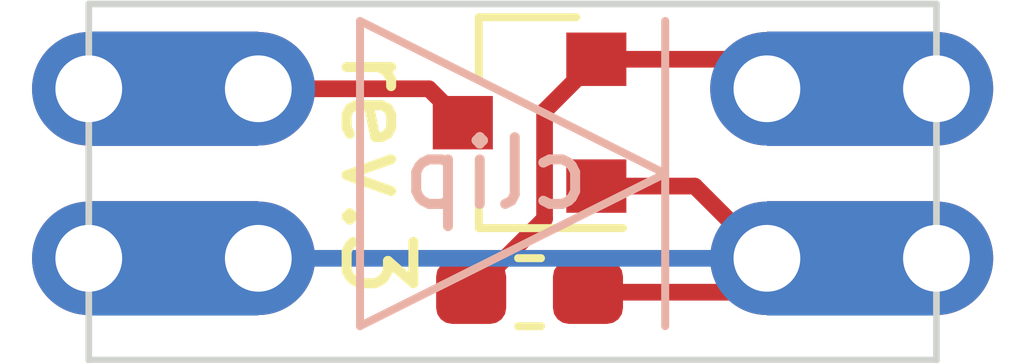
<source format=kicad_pcb>
(kicad_pcb (version 20171130) (host pcbnew 5.1.6)

  (general
    (thickness 1.6)
    (drawings 10)
    (tracks 12)
    (zones 0)
    (modules 6)
    (nets 4)
  )

  (page A4)
  (layers
    (0 F.Cu signal)
    (31 B.Cu signal)
    (32 B.Adhes user)
    (33 F.Adhes user)
    (34 B.Paste user)
    (35 F.Paste user)
    (36 B.SilkS user)
    (37 F.SilkS user)
    (38 B.Mask user)
    (39 F.Mask user)
    (40 Dwgs.User user)
    (41 Cmts.User user)
    (42 Eco1.User user)
    (43 Eco2.User user)
    (44 Edge.Cuts user)
    (45 Margin user)
    (46 B.CrtYd user)
    (47 F.CrtYd user)
    (48 B.Fab user)
    (49 F.Fab user hide)
  )

  (setup
    (last_trace_width 0.25)
    (trace_clearance 0.2)
    (zone_clearance 0.508)
    (zone_45_only no)
    (trace_min 0.2)
    (via_size 0.8)
    (via_drill 0.4)
    (via_min_size 0.4)
    (via_min_drill 0.3)
    (uvia_size 0.3)
    (uvia_drill 0.1)
    (uvias_allowed no)
    (uvia_min_size 0.2)
    (uvia_min_drill 0.1)
    (edge_width 0.05)
    (segment_width 0.2)
    (pcb_text_width 0.3)
    (pcb_text_size 1.5 1.5)
    (mod_edge_width 0.12)
    (mod_text_size 1 1)
    (mod_text_width 0.15)
    (pad_size 1.524 1.524)
    (pad_drill 0.762)
    (pad_to_mask_clearance 0.05)
    (aux_axis_origin 0 0)
    (visible_elements FFFFFF7F)
    (pcbplotparams
      (layerselection 0x010fc_ffffffff)
      (usegerberextensions false)
      (usegerberattributes true)
      (usegerberadvancedattributes true)
      (creategerberjobfile true)
      (excludeedgelayer true)
      (linewidth 0.100000)
      (plotframeref false)
      (viasonmask false)
      (mode 1)
      (useauxorigin false)
      (hpglpennumber 1)
      (hpglpenspeed 20)
      (hpglpendiameter 15.000000)
      (psnegative false)
      (psa4output false)
      (plotreference true)
      (plotvalue true)
      (plotinvisibletext false)
      (padsonsilk false)
      (subtractmaskfromsilk false)
      (outputformat 1)
      (mirror false)
      (drillshape 0)
      (scaleselection 1)
      (outputdirectory "../../../../pcbs/gates/clip/"))
  )

  (net 0 "")
  (net 1 Anode)
  (net 2 GND)
  (net 3 Cathode)

  (net_class Default "This is the default net class."
    (clearance 0.2)
    (trace_width 0.25)
    (via_dia 0.8)
    (via_drill 0.4)
    (uvia_dia 0.3)
    (uvia_drill 0.1)
    (add_net Anode)
    (add_net Cathode)
    (add_net GND)
  )

  (module Castellation:Hybrid_Castellation_1x01_P2.54 (layer F.Cu) (tedit 60A116F0) (tstamp 6020DA1A)
    (at 148.59 94.996)
    (descr "Edge Castellation, 1x03, 2.54mm pitch, single row")
    (tags "Castellation Edge 1x03 2.54mm single row")
    (path /60210EF1)
    (fp_text reference J1 (at 0 -2.54) (layer F.SilkS) hide
      (effects (font (size 1 1) (thickness 0.15)))
    )
    (fp_text value Conn_01x01 (at 0 2.032) (layer F.Fab)
      (effects (font (size 1 1) (thickness 0.15)))
    )
    (fp_line (start 1.905 -1.27) (end -2.54 -1.27) (layer F.Fab) (width 0.12))
    (fp_line (start -2.54 1.27) (end 2.54 1.27) (layer F.Fab) (width 0.12))
    (fp_line (start 1.905 -1.27) (end 2.54 -0.635) (layer F.Fab) (width 0.1))
    (fp_line (start 2.54 -0.635) (end 2.54 1.27) (layer F.Fab) (width 0.1))
    (fp_line (start -2.54 1.27) (end -2.54 -1.27) (layer F.Fab) (width 0.1))
    (pad 1 connect custom (at 0 0) (size 2.54 1.7145) (layers B.Cu B.Mask)
      (net 1 Anode) (zone_connect 0)
      (options (clearance outline) (anchor rect))
      (primitives
      ))
    (pad 1 thru_hole oval (at 1.27 0) (size 1.7 1.7) (drill 1) (layers *.Cu *.Mask)
      (net 1 Anode))
    (pad 1 connect custom (at 0 0) (size 2.54 1.7145) (layers F.Cu F.Mask)
      (net 1 Anode) (zone_connect 0)
      (options (clearance outline) (anchor rect))
      (primitives
      ))
    (pad 1 thru_hole oval (at -1.27 0) (size 1.7 1.7) (drill 1) (layers *.Cu *.Mask)
      (net 1 Anode))
  )

  (module Castellation:Hybrid_Castellation_1x01_P2.54 (layer F.Cu) (tedit 60A116F0) (tstamp 6020DA38)
    (at 148.59 97.536)
    (descr "Edge Castellation, 1x03, 2.54mm pitch, single row")
    (tags "Castellation Edge 1x03 2.54mm single row")
    (path /602136FB)
    (fp_text reference J4 (at 0 -2.54) (layer F.SilkS) hide
      (effects (font (size 1 1) (thickness 0.15)))
    )
    (fp_text value Conn_01x01 (at 0 2.032) (layer F.Fab)
      (effects (font (size 1 1) (thickness 0.15)))
    )
    (fp_line (start 1.905 -1.27) (end -2.54 -1.27) (layer F.Fab) (width 0.12))
    (fp_line (start -2.54 1.27) (end 2.54 1.27) (layer F.Fab) (width 0.12))
    (fp_line (start 1.905 -1.27) (end 2.54 -0.635) (layer F.Fab) (width 0.1))
    (fp_line (start 2.54 -0.635) (end 2.54 1.27) (layer F.Fab) (width 0.1))
    (fp_line (start -2.54 1.27) (end -2.54 -1.27) (layer F.Fab) (width 0.1))
    (pad 1 connect custom (at 0 0) (size 2.54 1.7145) (layers B.Cu B.Mask)
      (net 2 GND) (zone_connect 0)
      (options (clearance outline) (anchor rect))
      (primitives
      ))
    (pad 1 thru_hole oval (at 1.27 0) (size 1.7 1.7) (drill 1) (layers *.Cu *.Mask)
      (net 2 GND))
    (pad 1 connect custom (at 0 0) (size 2.54 1.7145) (layers F.Cu F.Mask)
      (net 2 GND) (zone_connect 0)
      (options (clearance outline) (anchor rect))
      (primitives
      ))
    (pad 1 thru_hole oval (at -1.27 0) (size 1.7 1.7) (drill 1) (layers *.Cu *.Mask)
      (net 2 GND))
  )

  (module Castellation:Hybrid_Castellation_1x01_P2.54 (layer F.Cu) (tedit 60A116F0) (tstamp 6020DA24)
    (at 158.75 97.536)
    (descr "Edge Castellation, 1x03, 2.54mm pitch, single row")
    (tags "Castellation Edge 1x03 2.54mm single row")
    (path /602124CD)
    (fp_text reference J2 (at 0 -2.54) (layer F.SilkS) hide
      (effects (font (size 1 1) (thickness 0.15)))
    )
    (fp_text value Conn_01x01 (at 0 2.032) (layer F.Fab)
      (effects (font (size 1 1) (thickness 0.15)))
    )
    (fp_line (start 1.905 -1.27) (end -2.54 -1.27) (layer F.Fab) (width 0.12))
    (fp_line (start -2.54 1.27) (end 2.54 1.27) (layer F.Fab) (width 0.12))
    (fp_line (start 1.905 -1.27) (end 2.54 -0.635) (layer F.Fab) (width 0.1))
    (fp_line (start 2.54 -0.635) (end 2.54 1.27) (layer F.Fab) (width 0.1))
    (fp_line (start -2.54 1.27) (end -2.54 -1.27) (layer F.Fab) (width 0.1))
    (pad 1 connect custom (at 0 0) (size 2.54 1.7145) (layers B.Cu B.Mask)
      (net 2 GND) (zone_connect 0)
      (options (clearance outline) (anchor rect))
      (primitives
      ))
    (pad 1 thru_hole oval (at 1.27 0) (size 1.7 1.7) (drill 1) (layers *.Cu *.Mask)
      (net 2 GND))
    (pad 1 connect custom (at 0 0) (size 2.54 1.7145) (layers F.Cu F.Mask)
      (net 2 GND) (zone_connect 0)
      (options (clearance outline) (anchor rect))
      (primitives
      ))
    (pad 1 thru_hole oval (at -1.27 0) (size 1.7 1.7) (drill 1) (layers *.Cu *.Mask)
      (net 2 GND))
  )

  (module Castellation:Hybrid_Castellation_1x01_P2.54 (layer F.Cu) (tedit 60A116F0) (tstamp 6020DA2E)
    (at 158.75 94.996)
    (descr "Edge Castellation, 1x03, 2.54mm pitch, single row")
    (tags "Castellation Edge 1x03 2.54mm single row")
    (path /602131E2)
    (fp_text reference J3 (at 0 -2.54) (layer F.SilkS) hide
      (effects (font (size 1 1) (thickness 0.15)))
    )
    (fp_text value Conn_01x01 (at 0 2.032) (layer F.Fab)
      (effects (font (size 1 1) (thickness 0.15)))
    )
    (fp_line (start 1.905 -1.27) (end -2.54 -1.27) (layer F.Fab) (width 0.12))
    (fp_line (start -2.54 1.27) (end 2.54 1.27) (layer F.Fab) (width 0.12))
    (fp_line (start 1.905 -1.27) (end 2.54 -0.635) (layer F.Fab) (width 0.1))
    (fp_line (start 2.54 -0.635) (end 2.54 1.27) (layer F.Fab) (width 0.1))
    (fp_line (start -2.54 1.27) (end -2.54 -1.27) (layer F.Fab) (width 0.1))
    (pad 1 connect custom (at 0 0) (size 2.54 1.7145) (layers B.Cu B.Mask)
      (net 3 Cathode) (zone_connect 0)
      (options (clearance outline) (anchor rect))
      (primitives
      ))
    (pad 1 thru_hole oval (at 1.27 0) (size 1.7 1.7) (drill 1) (layers *.Cu *.Mask)
      (net 3 Cathode))
    (pad 1 connect custom (at 0 0) (size 2.54 1.7145) (layers F.Cu F.Mask)
      (net 3 Cathode) (zone_connect 0)
      (options (clearance outline) (anchor rect))
      (primitives
      ))
    (pad 1 thru_hole oval (at -1.27 0) (size 1.7 1.7) (drill 1) (layers *.Cu *.Mask)
      (net 3 Cathode))
  )

  (module Resistor_SMD:R_0603_1608Metric_Pad1.05x0.95mm_HandSolder (layer F.Cu) (tedit 5B301BBD) (tstamp 6020DA5E)
    (at 153.924 98.044)
    (descr "Resistor SMD 0603 (1608 Metric), square (rectangular) end terminal, IPC_7351 nominal with elongated pad for handsoldering. (Body size source: http://www.tortai-tech.com/upload/download/2011102023233369053.pdf), generated with kicad-footprint-generator")
    (tags "resistor handsolder")
    (path /6020E6D0)
    (attr smd)
    (fp_text reference R1 (at 0 -1.43) (layer F.SilkS) hide
      (effects (font (size 1 1) (thickness 0.15)))
    )
    (fp_text value 470k (at 0 1.43) (layer F.Fab)
      (effects (font (size 1 1) (thickness 0.15)))
    )
    (fp_line (start -0.8 0.4) (end -0.8 -0.4) (layer F.Fab) (width 0.1))
    (fp_line (start -0.8 -0.4) (end 0.8 -0.4) (layer F.Fab) (width 0.1))
    (fp_line (start 0.8 -0.4) (end 0.8 0.4) (layer F.Fab) (width 0.1))
    (fp_line (start 0.8 0.4) (end -0.8 0.4) (layer F.Fab) (width 0.1))
    (fp_line (start -0.171267 -0.51) (end 0.171267 -0.51) (layer F.SilkS) (width 0.12))
    (fp_line (start -0.171267 0.51) (end 0.171267 0.51) (layer F.SilkS) (width 0.12))
    (fp_line (start -1.65 0.73) (end -1.65 -0.73) (layer F.CrtYd) (width 0.05))
    (fp_line (start -1.65 -0.73) (end 1.65 -0.73) (layer F.CrtYd) (width 0.05))
    (fp_line (start 1.65 -0.73) (end 1.65 0.73) (layer F.CrtYd) (width 0.05))
    (fp_line (start 1.65 0.73) (end -1.65 0.73) (layer F.CrtYd) (width 0.05))
    (fp_text user %R (at 0 0) (layer F.Fab)
      (effects (font (size 0.4 0.4) (thickness 0.06)))
    )
    (pad 2 smd roundrect (at 0.875 0) (size 1.05 0.95) (layers F.Cu F.Paste F.Mask) (roundrect_rratio 0.25)
      (net 2 GND))
    (pad 1 smd roundrect (at -0.875 0) (size 1.05 0.95) (layers F.Cu F.Paste F.Mask) (roundrect_rratio 0.25)
      (net 3 Cathode))
    (model ${KISYS3DMOD}/Resistor_SMD.3dshapes/R_0603_1608Metric.wrl
      (at (xyz 0 0 0))
      (scale (xyz 1 1 1))
      (rotate (xyz 0 0 0))
    )
  )

  (module Package_TO_SOT_SMD:SOT-23 (layer F.Cu) (tedit 5A02FF57) (tstamp 6020DA4D)
    (at 153.924 95.504 180)
    (descr "SOT-23, Standard")
    (tags SOT-23)
    (path /6020D821)
    (attr smd)
    (fp_text reference Q1 (at 0 -2.5) (layer F.SilkS) hide
      (effects (font (size 1 1) (thickness 0.15)))
    )
    (fp_text value BSS84 (at 0 2.5) (layer F.Fab)
      (effects (font (size 1 1) (thickness 0.15)))
    )
    (fp_line (start -0.7 -0.95) (end -0.7 1.5) (layer F.Fab) (width 0.1))
    (fp_line (start -0.15 -1.52) (end 0.7 -1.52) (layer F.Fab) (width 0.1))
    (fp_line (start -0.7 -0.95) (end -0.15 -1.52) (layer F.Fab) (width 0.1))
    (fp_line (start 0.7 -1.52) (end 0.7 1.52) (layer F.Fab) (width 0.1))
    (fp_line (start -0.7 1.52) (end 0.7 1.52) (layer F.Fab) (width 0.1))
    (fp_line (start 0.76 1.58) (end 0.76 0.65) (layer F.SilkS) (width 0.12))
    (fp_line (start 0.76 -1.58) (end 0.76 -0.65) (layer F.SilkS) (width 0.12))
    (fp_line (start -1.7 -1.75) (end 1.7 -1.75) (layer F.CrtYd) (width 0.05))
    (fp_line (start 1.7 -1.75) (end 1.7 1.75) (layer F.CrtYd) (width 0.05))
    (fp_line (start 1.7 1.75) (end -1.7 1.75) (layer F.CrtYd) (width 0.05))
    (fp_line (start -1.7 1.75) (end -1.7 -1.75) (layer F.CrtYd) (width 0.05))
    (fp_line (start 0.76 -1.58) (end -1.4 -1.58) (layer F.SilkS) (width 0.12))
    (fp_line (start 0.76 1.58) (end -0.7 1.58) (layer F.SilkS) (width 0.12))
    (fp_text user %R (at 0 0 90) (layer F.Fab)
      (effects (font (size 0.5 0.5) (thickness 0.075)))
    )
    (pad 3 smd rect (at 1 0 180) (size 0.9 0.8) (layers F.Cu F.Paste F.Mask)
      (net 1 Anode))
    (pad 2 smd rect (at -1 0.95 180) (size 0.9 0.8) (layers F.Cu F.Paste F.Mask)
      (net 3 Cathode))
    (pad 1 smd rect (at -1 -0.95 180) (size 0.9 0.8) (layers F.Cu F.Paste F.Mask)
      (net 2 GND))
    (model ${KISYS3DMOD}/Package_TO_SOT_SMD.3dshapes/SOT-23.wrl
      (at (xyz 0 0 0))
      (scale (xyz 1 1 1))
      (rotate (xyz 0 0 0))
    )
  )

  (gr_line (start 160.02 93.726) (end 160.02 99.06) (layer Edge.Cuts) (width 0.1))
  (gr_line (start 147.32 93.726) (end 160.02 93.726) (layer Edge.Cuts) (width 0.1))
  (gr_line (start 147.32 99.06) (end 147.32 93.726) (layer Edge.Cuts) (width 0.1))
  (gr_line (start 160.02 99.06) (end 147.32 99.06) (layer Edge.Cuts) (width 0.1))
  (gr_text "rev.3\n" (at 151.638 96.266 270) (layer F.SilkS)
    (effects (font (size 1 1) (thickness 0.15)))
  )
  (gr_text clip (at 153.416 96.266) (layer B.SilkS)
    (effects (font (size 1 1) (thickness 0.15)) (justify mirror))
  )
  (gr_line (start 155.956 93.98) (end 155.956 98.552) (layer B.SilkS) (width 0.12))
  (gr_line (start 151.384 98.552) (end 155.956 96.266) (layer B.SilkS) (width 0.12) (tstamp 602153D9))
  (gr_line (start 155.956 96.266) (end 151.384 93.98) (layer B.SilkS) (width 0.12) (tstamp 602153D8))
  (gr_line (start 151.384 93.98) (end 151.384 98.552) (layer B.SilkS) (width 0.12))

  (segment (start 152.416 94.996) (end 152.924 95.504) (width 0.25) (layer F.Cu) (net 1))
  (segment (start 149.86 94.996) (end 152.416 94.996) (width 0.25) (layer F.Cu) (net 1))
  (segment (start 156.398 96.454) (end 157.48 97.536) (width 0.25) (layer F.Cu) (net 2))
  (segment (start 154.924 96.454) (end 156.398 96.454) (width 0.25) (layer F.Cu) (net 2))
  (segment (start 156.972 98.044) (end 157.48 97.536) (width 0.25) (layer F.Cu) (net 2))
  (segment (start 154.799 98.044) (end 156.972 98.044) (width 0.25) (layer F.Cu) (net 2))
  (segment (start 149.86 97.536) (end 157.48 97.536) (width 0.25) (layer B.Cu) (net 2))
  (segment (start 157.038 94.554) (end 157.48 94.996) (width 0.25) (layer F.Cu) (net 3))
  (segment (start 154.924 94.554) (end 157.038 94.554) (width 0.25) (layer F.Cu) (net 3))
  (segment (start 154.148999 96.944001) (end 153.049 98.044) (width 0.25) (layer F.Cu) (net 3))
  (segment (start 154.148999 95.329001) (end 154.148999 96.944001) (width 0.25) (layer F.Cu) (net 3))
  (segment (start 154.924 94.554) (end 154.148999 95.329001) (width 0.25) (layer F.Cu) (net 3))

)

</source>
